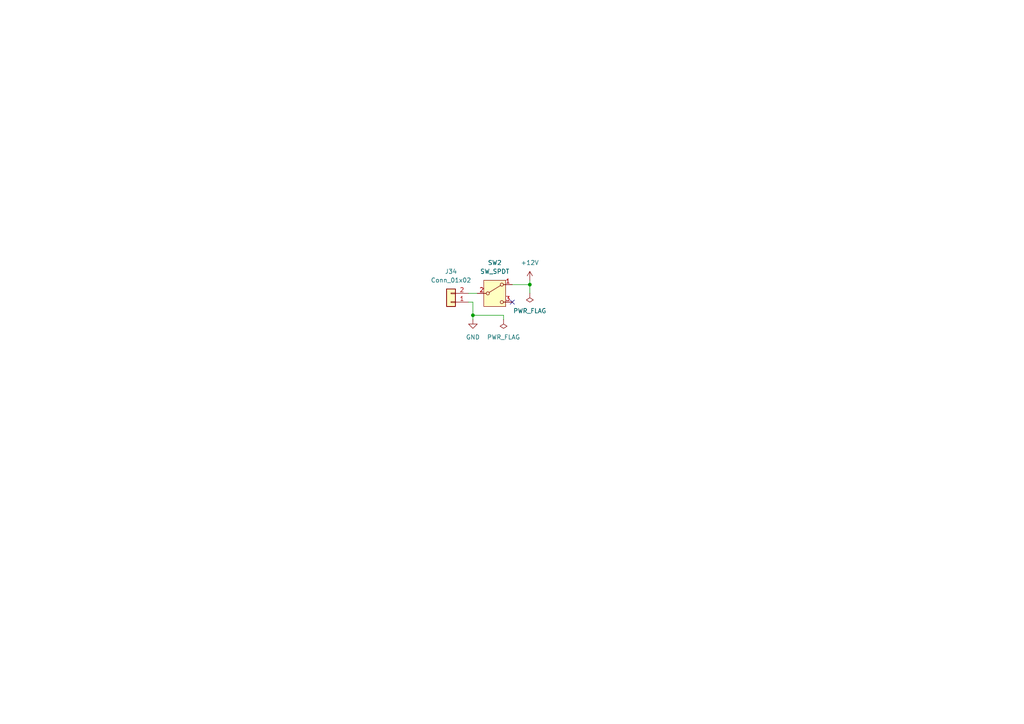
<source format=kicad_sch>
(kicad_sch (version 20250114) (generator "eeschema") (generator_version "9.0")
  (paper "A4")
  (lib_symbols
    (symbol "Connector_Generic:Conn_01x02" (pin_names (offset 1.016) (hide yes))
      (property "Reference" "J" (at 0 2.54 0))
      (property "Value" "Conn_01x02" (at 0 -5.08 0))
      (symbol "Conn_01x02_1_1"
        (rectangle (start -1.27 1.27) (end 1.27 -3.81) (stroke (width 0.254)) (fill (type background)))
        (rectangle (start -1.27 0.127) (end 0 -0.127) (stroke (width 0.1524)))
        (rectangle (start -1.27 -2.413) (end 0 -2.667) (stroke (width 0.1524)))
        (pin passive line (at -5.08 0 0) (length 3.81) (name "Pin_1") (number "1"))
        (pin passive line (at -5.08 -2.54 0) (length 3.81) (name "Pin_2") (number "2"))
      )
    )
    (symbol "Switch:SW_SPDT" (pin_names (offset 0) (hide yes))
      (property "Reference" "SW" (at 0 5.08 0))
      (property "Value" "SW_SPDT" (at 0 -5.08 0))
      (symbol "SW_SPDT_0_1"
        (circle (center -2.032 0) (radius 0.4572))
        (polyline (pts (xy -1.651 0.254) (xy 1.651 2.286)))
        (circle (center 2.032 2.54) (radius 0.4572))
        (circle (center 2.032 -2.54) (radius 0.4572))
      )
      (symbol "SW_SPDT_1_1"
        (rectangle (start -3.175 3.81) (end 3.175 -3.81) (fill (type background)))
        (pin passive line (at -5.08 0 0) (length 2.54) (name "B") (number "2"))
        (pin passive line (at 5.08 2.54 180) (length 2.54) (name "A") (number "1"))
        (pin passive line (at 5.08 -2.54 180) (length 2.54) (name "C") (number "3"))
      )
    )
    (symbol "power:+12V" (power) (pin_numbers (hide yes)) (pin_names (offset 0) (hide yes))
      (property "Value" "+12V" (at 0 3.556 0))
      (symbol "+12V_0_1"
        (polyline (pts (xy -0.762 1.27) (xy 0 2.54)))
        (polyline (pts (xy 0 2.54) (xy 0.762 1.27)))
        (polyline (pts (xy 0 0) (xy 0 2.54)))
      )
      (symbol "+12V_1_1"
        (pin power_in line (at 0 0 90) (length 0) (name "~") (number "1"))
      )
    )
    (symbol "power:GND" (power) (pin_numbers (hide yes)) (pin_names (offset 0) (hide yes))
      (property "Value" "GND" (at 0 -3.81 0))
      (symbol "GND_0_1"
        (polyline (pts (xy 0 0) (xy 0 -1.27) (xy 1.27 -1.27) (xy 0 -2.54) (xy -1.27 -1.27) (xy 0 -1.27)))
      )
      (symbol "GND_1_1"
        (pin power_in line (at 0 0 270) (length 0) (name "~") (number "1"))
      )
    )
    (symbol "power:PWR_FLAG" (power) (pin_numbers (hide yes)) (pin_names (offset 0) (hide yes))
      (property "Value" "PWR_FLAG" (at 0 3.81 0))
      (symbol "PWR_FLAG_0_0"
        (pin power_out line (at 0 0 90) (length 0) (name "~") (number "1"))
      )
      (symbol "PWR_FLAG_0_1"
        (polyline (pts (xy 0 0) (xy 0 1.27) (xy -1.016 1.905) (xy 0 2.54) (xy 1.016 1.905) (xy 0 1.27)))
      )
    )
  )
  (junction (at 153.67 82.55))
  (junction (at 137.16 91.44))
  (no_connect (at 148.59 87.63))
  (wire (pts (xy 153.67 82.55) (xy 153.67 85.09)))
  (wire (pts (xy 148.59 82.55) (xy 153.67 82.55)))
  (wire (pts (xy 146.05 92.71) (xy 146.05 91.44)))
  (wire (pts (xy 137.16 91.44) (xy 146.05 91.44)))
  (wire (pts (xy 135.89 85.09) (xy 138.43 85.09)))
  (wire (pts (xy 153.67 81.28) (xy 153.67 82.55)))
  (wire (pts (xy 137.16 87.63) (xy 137.16 91.44)))
  (wire (pts (xy 137.16 91.44) (xy 137.16 92.71)))
  (wire (pts (xy 135.89 87.63) (xy 137.16 87.63)))
  (symbol (lib_id "Switch:SW_SPDT") (at 143.51 85.09 0) (unit 1)
    (property "Reference" "SW2" (at 143.51 76.2 0))
    (property "Value" "SW_SPDT" (at 143.51 78.74 0))
    (property "Footprint" "mylib:472123010111" (effects (hide yes)))
    (property "Datasheet" "https://www.we-online.com/components/products/datasheet/472123010111.pdf" (effects (hide yes)))
    (property "Description" "Switch, single pole double throw" (effects (hide yes)))
    (property "MPN" "472123010111" (effects (hide yes)))
  )
  (symbol (lib_id "power:PWR_FLAG") (at 146.05 92.71 180) (unit 1)
    (property "Reference" "#FLG01" (effects (hide yes)))
    (property "Value" "PWR_FLAG" (at 146.05 97.79 0))
    (property "Description" "Special symbol for telling ERC where power comes from" (effects (hide yes)))
  )
  (symbol (lib_id "power:GND") (at 137.16 92.71 0) (unit 1)
    (property "Reference" "#PWR082" (effects (hide yes)))
    (property "Value" "GND" (at 137.16 97.79 0))
    (property "Description" "Power symbol creates a global label with name \"GND\" , ground" (effects (hide yes)))
  )
  (symbol (lib_id "Connector_Generic:Conn_01x02") (at 130.81 87.63 180) (unit 1)
    (property "Reference" "J34" (at 130.81 78.74 0))
    (property "Value" "Conn_01x02" (at 130.81 81.28 0))
    (property "Footprint" "Connector_AMASS:AMASS_XT60-M_1x02_P7.20mm_Vertical" (effects (hide yes)))
    (property "Description" "Generic connector, single row, 01x02, script generated (kicad-library-utils/schlib/autogen/connector/)" (effects (hide yes)))
  )
  (symbol (lib_id "power:+12V") (at 153.67 81.28 0) (unit 1)
    (property "Reference" "#PWR083" (effects (hide yes)))
    (property "Value" "+12V" (at 153.67 76.2 0))
    (property "Description" "Power symbol creates a global label with name \"+12V\"" (effects (hide yes)))
  )
  (symbol (lib_id "power:PWR_FLAG") (at 153.67 85.09 180) (unit 1)
    (property "Reference" "#FLG02" (effects (hide yes)))
    (property "Value" "PWR_FLAG" (at 153.67 90.17 0))
    (property "Description" "Special symbol for telling ERC where power comes from" (effects (hide yes)))
  )
)
</source>
